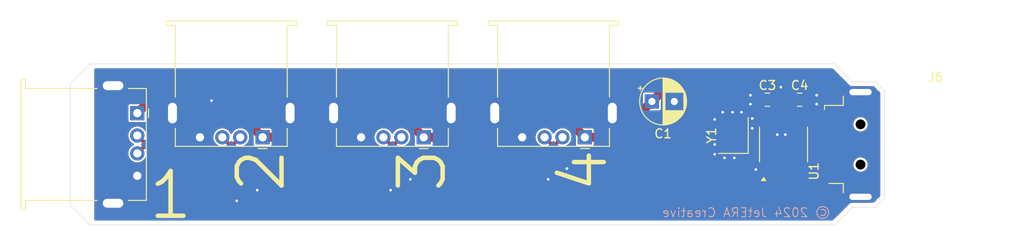
<source format=kicad_pcb>
(kicad_pcb (version 20240108) (generator "pcbnew") (generator_version "8.0")
  (title_block (title "USB Hub CH334 Card") (date "2024-07-09") (rev "1.0") (company "JetERA Creative"))
  (layers (0 "F.Cu" signal) (31 "B.Cu" signal) (34 "B.Paste" user) (35 "F.Paste" user) (36 "B.SilkS" user "B.Silkscreen") (37 "F.SilkS" user "F.Silkscreen") (38 "B.Mask" user) (39 "F.Mask" user) (44 "Edge.Cuts" user))
  (net 0 "")
  (net 1 "GND")
  (net 2 "+5V")
  (net 3 "Net-(U1-3V3)")
  (net 4 "D1+")
  (net 5 "D1-")
  (net 6 "D2+")
  (net 7 "D2-")
  (net 8 "D3-")
  (net 9 "D3+")
  (net 10 "D4-")
  (net 11 "D4+")
  (net 12 "Net-(J6-D-)")
  (net 13 "Net-(J6-D+)")
  (net 14 "Net-(U1-XI)")
  (net 16 "Net-(U1-XO)")
  (footprint "Connector_USB:USB_A_Stewart_SS-52100-001_Horizontal" (layer "F.Cu") (at 43.5 56.5 -90)
    (property "Reference" "J1" (hide yes))
    (property "Value" "USB_A")
    (fp_line (start -3.75 12.99) (end 10.75 12.99) (stroke (width 0.12)) (layer "F.SilkS"))
    (fp_line (start 10.75 12.99) (end 10.75 12.49) (stroke (width 0.12)) (layer "F.SilkS"))
    (fp_line (start -3.75 12.49) (end -3.75 12.99) (stroke (width 0.12)) (layer "F.SilkS"))
    (fp_line (start -2.75 12.49) (end -3.75 12.49) (stroke (width 0.12)) (layer "F.SilkS"))
    (fp_line (start 9.75 12.49) (end 9.75 4.49) (stroke (width 0.12)) (layer "F.SilkS"))
    (fp_line (start 10.75 12.49) (end 9.75 12.49) (stroke (width 0.12)) (layer "F.SilkS"))
    (fp_line (start -2.75 4.49) (end -2.75 12.49) (stroke (width 0.12)) (layer "F.SilkS"))
    (fp_line (start 9.75 0.99) (end 9.75 -1.01) (stroke (width 0.12)) (layer "F.SilkS"))
    (fp_line (start -2.75 -1.01) (end -2.75 0.99) (stroke (width 0.12)) (layer "F.SilkS"))
    (fp_line (start 9.75 -1.01) (end -2.75 -1.01) (stroke (width 0.12)) (layer "F.SilkS"))
    (fp_line (start -0.5 -1.26) (end 0.5 -1.26) (stroke (width 0.12)) (layer "F.SilkS"))
    (pad "1" thru_hole rect (at 0 0 270) (size 1.6 1.6) (drill 0.92) (layers "*.Cu" "*.Mask") (net 2 "+5V"))
    (pad "2" thru_hole circle (at 2.5 0 270) (size 1.6 1.6) (drill 0.92) (layers "*.Cu" "*.Mask") (net 5 "D1-"))
    (pad "3" thru_hole circle (at 4.5 0 270) (size 1.6 1.6) (drill 0.92) (layers "*.Cu" "*.Mask") (net 4 "D1+"))
    (pad "4" thru_hole circle (at 7 0 270) (size 1.6 1.6) (drill 0.92) (layers "*.Cu" "*.Mask") (net 1 "GND"))
    (pad "5" thru_hole oval (at -3.07 2.71 270) (size 2 3) (drill oval 1 2.3) (layers "*.Cu" "*.Mask") (net 1 "GND"))
    (pad "5" thru_hole oval (at 10.07 2.71 270) (size 2 3) (drill oval 1 2.3) (layers "*.Cu" "*.Mask") (net 1 "GND"))
  )
  (footprint "Capacitor_SMD:C_0805_2012Metric" (layer "F.Cu") (at 117.5 55)
    (property "Reference" "C4" (at 0 -1.6 180) (layer "F.SilkS"))
    (property "Value" "4.7uF")
    (fp_line (start -0.261252 -0.735) (end 0.261252 -0.735) (stroke (width 0.12)) (layer "F.SilkS"))
    (fp_line (start -0.261252 0.735) (end 0.261252 0.735) (stroke (width 0.12)) (layer "F.SilkS"))
    (pad "1" smd roundrect (at -0.95 0) (size 1 1.45) (layers "F.Cu" "F.Paste" "F.Mask") (net 2 "+5V"))
    (pad "2" smd roundrect (at 0.95 0) (size 1 1.45) (layers "F.Cu" "F.Paste" "F.Mask") (net 1 "GND"))
  )
  (footprint "Connector_USB:USB_A_Stewart_SS-52100-001_Horizontal" (layer "F.Cu") (at 75.5 59.2 180)
    (property "Reference" "J3" (hide yes))
    (property "Value" "USB_A")
    (fp_line (start 10.75 12.99) (end 10.75 12.49) (stroke (width 0.12)) (layer "F.SilkS"))
    (fp_line (start 10.75 12.49) (end 9.75 12.49) (stroke (width 0.12)) (layer "F.SilkS"))
    (fp_line (start 9.75 12.49) (end 9.75 4.49) (stroke (width 0.12)) (layer "F.SilkS"))
    (fp_line (start 9.75 0.99) (end 9.75 -1.01) (stroke (width 0.12)) (layer "F.SilkS"))
    (fp_line (start 9.75 -1.01) (end -2.75 -1.01) (stroke (width 0.12)) (layer "F.SilkS"))
    (fp_line (start -0.5 -1.26) (end 0.5 -1.26) (stroke (width 0.12)) (layer "F.SilkS"))
    (fp_line (start -2.75 12.49) (end -3.75 12.49) (stroke (width 0.12)) (layer "F.SilkS"))
    (fp_line (start -2.75 4.49) (end -2.75 12.49) (stroke (width 0.12)) (layer "F.SilkS"))
    (fp_line (start -2.75 -1.01) (end -2.75 0.99) (stroke (width 0.12)) (layer "F.SilkS"))
    (fp_line (start -3.75 12.99) (end 10.75 12.99) (stroke (width 0.12)) (layer "F.SilkS"))
    (fp_line (start -3.75 12.49) (end -3.75 12.99) (stroke (width 0.12)) (layer "F.SilkS"))
    (pad "1" thru_hole rect (at 0 0 180) (size 1.6 1.6) (drill 0.92) (layers "*.Cu" "*.Mask") (net 2 "+5V"))
    (pad "2" thru_hole circle (at 2.5 0 180) (size 1.6 1.6) (drill 0.92) (layers "*.Cu" "*.Mask") (net 8 "D3-"))
    (pad "3" thru_hole circle (at 4.5 0 180) (size 1.6 1.6) (drill 0.92) (layers "*.Cu" "*.Mask") (net 9 "D3+"))
    (pad "4" thru_hole circle (at 7 0 180) (size 1.6 1.6) (drill 0.92) (layers "*.Cu" "*.Mask") (net 1 "GND"))
    (pad "5" thru_hole oval (at -3.07 2.71 180) (size 2 3) (drill oval 1 2.3) (layers "*.Cu" "*.Mask") (net 1 "GND"))
    (pad "5" thru_hole oval (at 10.07 2.71 180) (size 2 3) (drill oval 1 2.3) (layers "*.Cu" "*.Mask") (net 1 "GND"))
  )
  (footprint "Package_SO:QSOP-16_3.9x4.9mm_P0.635mm" (layer "F.Cu") (at 115.7 60 90)
    (property "Reference" "U1" (at -3 3.4 -90) (layer "F.SilkS"))
    (property "Value" "CH334R")
    (fp_line (start 0 -2.6825) (end 1.95 -2.6825) (stroke (width 0.12)) (layer "F.SilkS"))
    (fp_line (start 0 -2.6825) (end -1.95 -2.6825) (stroke (width 0.12)) (layer "F.SilkS"))
    (fp_line (start 0 2.6825) (end 1.95 2.6825) (stroke (width 0.12)) (layer "F.SilkS"))
    (fp_line (start 0 2.6825) (end -1.95 2.6825) (stroke (width 0.12)) (layer "F.SilkS"))
    (fp_poly (pts (xy -3.71 -2.2225) (xy -4.04 -2.4625) (xy -4.04 -1.9825) (xy -3.71 -2.2225)) (stroke (width 0.12)) (fill solid) (layer "F.SilkS"))
    (pad "1" smd roundrect (at -2.6375 -2.2225 90) (size 1.625 0.4) (layers "F.Cu" "F.Paste" "F.Mask") (net 10 "D4-"))
    (pad "2" smd roundrect (at -2.6375 -1.5875 90) (size 1.625 0.4) (layers "F.Cu" "F.Paste" "F.Mask") (net 11 "D4+"))
    (pad "3" smd roundrect (at -2.6375 -0.9525 90) (size 1.625 0.4) (layers "F.Cu" "F.Paste" "F.Mask") (net 8 "D3-"))
    (pad "4" smd roundrect (at -2.6375 -0.3175 90) (size 1.625 0.4) (layers "F.Cu" "F.Paste" "F.Mask") (net 9 "D3+"))
    (pad "5" smd roundrect (at -2.6375 0.3175 90) (size 1.625 0.4) (layers "F.Cu" "F.Paste" "F.Mask") (net 7 "D2-"))
    (pad "6" smd roundrect (at -2.6375 0.9525 90) (size 1.625 0.4) (layers "F.Cu" "F.Paste" "F.Mask") (net 6 "D2+"))
    (pad "7" smd roundrect (at -2.6375 1.5875 90) (size 1.625 0.4) (layers "F.Cu" "F.Paste" "F.Mask") (net 5 "D1-"))
    (pad "8" smd roundrect (at -2.6375 2.2225 90) (size 1.625 0.4) (layers "F.Cu" "F.Paste" "F.Mask") (net 4 "D1+"))
    (pad "9" smd roundrect (at 2.6375 2.2225 90) (size 1.625 0.4) (layers "F.Cu" "F.Paste" "F.Mask"))
    (pad "10" smd roundrect (at 2.6375 1.5875 90) (size 1.625 0.4) (layers "F.Cu" "F.Paste" "F.Mask") (net 12 "Net-(J6-D-)"))
    (pad "11" smd roundrect (at 2.6375 0.9525 90) (size 1.625 0.4) (layers "F.Cu" "F.Paste" "F.Mask") (net 13 "Net-(J6-D+)"))
    (pad "12" smd roundrect (at 2.6375 0.3175 90) (size 1.625 0.4) (layers "F.Cu" "F.Paste" "F.Mask") (net 2 "+5V"))
    (pad "13" smd roundrect (at 2.6375 -0.3175 90) (size 1.625 0.4) (layers "F.Cu" "F.Paste" "F.Mask") (net 3 "Net-(U1-3V3)"))
    (pad "14" smd roundrect (at 2.6375 -0.9525 90) (size 1.625 0.4) (layers "F.Cu" "F.Paste" "F.Mask") (net 1 "GND"))
    (pad "15" smd roundrect (at 2.6375 -1.5875 90) (size 1.625 0.4) (layers "F.Cu" "F.Paste" "F.Mask") (net 16 "Net-(U1-XO)"))
    (pad "16" smd roundrect (at 2.6375 -2.2225 90) (size 1.625 0.4) (layers "F.Cu" "F.Paste" "F.Mask") (net 14 "Net-(U1-XI)"))
  )
  (footprint "Capacitor_THT:CP_Radial_D5.0mm_P2.50mm" (layer "F.Cu") (at 100.994888 55.2)
    (property "Reference" "C1" (at 1.25 3.6 0) (layer "F.SilkS"))
    (property "Value" "270uF")
    (fp_line (start -1.554775 -1.475) (end -1.054775 -1.475) (stroke (width 0.12)) (layer "F.SilkS"))
    (fp_line (start -1.304775 -1.725) (end -1.304775 -1.225) (stroke (width 0.12)) (layer "F.SilkS"))
    (fp_line (start 1.25 -2.58) (end 1.25 2.58) (stroke (width 0.12)) (layer "F.SilkS"))
    (fp_line (start 1.29 -2.58) (end 1.29 2.58) (stroke (width 0.12)) (layer "F.SilkS"))
    (fp_line (start 1.33 -2.579) (end 1.33 2.579) (stroke (width 0.12)) (layer "F.SilkS"))
    (fp_line (start 1.37 -2.578) (end 1.37 2.578) (stroke (width 0.12)) (layer "F.SilkS"))
    (fp_line (start 1.41 -2.576) (end 1.41 2.576) (stroke (width 0.12)) (layer "F.SilkS"))
    (fp_line (start 1.45 -2.573) (end 1.45 2.573) (stroke (width 0.12)) (layer "F.SilkS"))
    (fp_line (start 1.49 -2.569) (end 1.49 -1.04) (stroke (width 0.12)) (layer "F.SilkS"))
    (fp_line (start 1.49 1.04) (end 1.49 2.569) (stroke (width 0.12)) (layer "F.SilkS"))
    (fp_line (start 1.53 -2.565) (end 1.53 -1.04) (stroke (width 0.12)) (layer "F.SilkS"))
    (fp_line (start 1.53 1.04) (end 1.53 2.565) (stroke (width 0.12)) (layer "F.SilkS"))
    (fp_line (start 1.57 -2.561) (end 1.57 -1.04) (stroke (width 0.12)) (layer "F.SilkS"))
    (fp_line (start 1.57 1.04) (end 1.57 2.561) (stroke (width 0.12)) (layer "F.SilkS"))
    (fp_line (start 1.61 -2.556) (end 1.61 -1.04) (stroke (width 0.12)) (layer "F.SilkS"))
    (fp_line (start 1.61 1.04) (end 1.61 2.556) (stroke (width 0.12)) (layer "F.SilkS"))
    (fp_line (start 1.65 -2.55) (end 1.65 -1.04) (stroke (width 0.12)) (layer "F.SilkS"))
    (fp_line (start 1.65 1.04) (end 1.65 2.55) (stroke (width 0.12)) (layer "F.SilkS"))
    (fp_line (start 1.69 -2.543) (end 1.69 -1.04) (stroke (width 0.12)) (layer "F.SilkS"))
    (fp_line (start 1.69 1.04) (end 1.69 2.543) (stroke (width 0.12)) (layer "F.SilkS"))
    (fp_line (start 1.73 -2.536) (end 1.73 -1.04) (stroke (width 0.12)) (layer "F.SilkS"))
    (fp_line (start 1.73 1.04) (end 1.73 2.536) (stroke (width 0.12)) (layer "F.SilkS"))
    (fp_line (start 1.77 -2.528) (end 1.77 -1.04) (stroke (width 0.12)) (layer "F.SilkS"))
    (fp_line (start 1.77 1.04) (end 1.77 2.528) (stroke (width 0.12)) (layer "F.SilkS"))
    (fp_line (start 1.81 -2.52) (end 1.81 -1.04) (stroke (width 0.12)) (layer "F.SilkS"))
    (fp_line (start 1.81 1.04) (end 1.81 2.52) (stroke (width 0.12)) (layer "F.SilkS"))
    (fp_line (start 1.85 -2.511) (end 1.85 -1.04) (stroke (width 0.12)) (layer "F.SilkS"))
    (fp_line (start 1.85 1.04) (end 1.85 2.511) (stroke (width 0.12)) (layer "F.SilkS"))
    (fp_line (start 1.89 -2.501) (end 1.89 -1.04) (stroke (width 0.12)) (layer "F.SilkS"))
    (fp_line (start 1.89 1.04) (end 1.89 2.501) (stroke (width 0.12)) (layer "F.SilkS"))
    (fp_line (start 1.93 -2.491) (end 1.93 -1.04) (stroke (width 0.12)) (layer "F.SilkS"))
    (fp_line (start 1.93 1.04) (end 1.93 2.491) (stroke (width 0.12)) (layer "F.SilkS"))
    (fp_line (start 1.971 -2.48) (end 1.971 -1.04) (stroke (width 0.12)) (layer "F.SilkS"))
    (fp_line (start 1.971 1.04) (end 1.971 2.48) (stroke (width 0.12)) (layer "F.SilkS"))
    (fp_line (start 2.011 -2.468) (end 2.011 -1.04) (stroke (width 0.12)) (layer "F.SilkS"))
    (fp_line (start 2.011 1.04) (end 2.011 2.468) (stroke (width 0.12)) (layer "F.SilkS"))
    (fp_line (start 2.051 -2.455) (end 2.051 -1.04) (stroke (width 0.12)) (layer "F.SilkS"))
    (fp_line (start 2.051 1.04) (end 2.051 2.455) (stroke (width 0.12)) (layer "F.SilkS"))
    (fp_line (start 2.091 -2.442) (end 2.091 -1.04) (stroke (width 0.12)) (layer "F.SilkS"))
    (fp_line (start 2.091 1.04) (end 2.091 2.442) (stroke (width 0.12)) (layer "F.SilkS"))
    (fp_line (start 2.131 -2.428) (end 2.131 -1.04) (stroke (width 0.12)) (layer "F.SilkS"))
    (fp_line (start 2.131 1.04) (end 2.131 2.428) (stroke (width 0.12)) (layer "F.SilkS"))
    (fp_line (start 2.171 -2.414) (end 2.171 -1.04) (stroke (width 0.12)) (layer "F.SilkS"))
    (fp_line (start 2.171 1.04) (end 2.171 2.414) (stroke (width 0.12)) (layer "F.SilkS"))
    (fp_line (start 2.211 -2.398) (end 2.211 -1.04) (stroke (width 0.12)) (layer "F.SilkS"))
    (fp_line (start 2.211 1.04) (end 2.211 2.398) (stroke (width 0.12)) (layer "F.SilkS"))
    (fp_line (start 2.251 -2.382) (end 2.251 -1.04) (stroke (width 0.12)) (layer "F.SilkS"))
    (fp_line (start 2.251 1.04) (end 2.251 2.382) (stroke (width 0.12)) (layer "F.SilkS"))
    (fp_line (start 2.291 -2.365) (end 2.291 -1.04) (stroke (width 0.12)) (layer "F.SilkS"))
    (fp_line (start 2.291 1.04) (end 2.291 2.365) (stroke (width 0.12)) (layer "F.SilkS"))
    (fp_line (start 2.331 -2.348) (end 2.331 -1.04) (stroke (width 0.12)) (layer "F.SilkS"))
    (fp_line (start 2.331 1.04) (end 2.331 2.348) (stroke (width 0.12)) (layer "F.SilkS"))
    (fp_line (start 2.371 -2.329) (end 2.371 -1.04) (stroke (width 0.12)) (layer "F.SilkS"))
    (fp_line (start 2.371 1.04) (end 2.371 2.329) (stroke (width 0.12)) (layer "F.SilkS"))
    (fp_line (start 2.411 -2.31) (end 2.411 -1.04) (stroke (width 0.12)) (layer "F.SilkS"))
    (fp_line (start 2.411 1.04) (end 2.411 2.31) (stroke (width 0.12)) (layer "F.SilkS"))
    (fp_line (start 2.451 -2.29) (end 2.451 -1.04) (stroke (width 0.12)) (layer "F.SilkS"))
    (fp_line (start 2.451 1.04) (end 2.451 2.29) (stroke (width 0.12)) (layer "F.SilkS"))
    (fp_line (start 2.491 -2.268) (end 2.491 -1.04) (stroke (width 0.12)) (layer "F.SilkS"))
    (fp_line (start 2.491 1.04) (end 2.491 2.268) (stroke (width 0.12)) (layer "F.SilkS"))
    (fp_line (start 2.531 -2.247) (end 2.531 -1.04) (stroke (width 0.12)) (layer "F.SilkS"))
    (fp_line (start 2.531 1.04) (end 2.531 2.247) (stroke (width 0.12)) (layer "F.SilkS"))
    (fp_line (start 2.571 -2.224) (end 2.571 -1.04) (stroke (width 0.12)) (layer "F.SilkS"))
    (fp_line (start 2.571 1.04) (end 2.571 2.224) (stroke (width 0.12)) (layer "F.SilkS"))
    (fp_line (start 2.611 -2.2) (end 2.611 -1.04) (stroke (width 0.12)) (layer "F.SilkS"))
    (fp_line (start 2.611 1.04) (end 2.611 2.2) (stroke (width 0.12)) (layer "F.SilkS"))
    (fp_line (start 2.651 -2.175) (end 2.651 -1.04) (stroke (width 0.12)) (layer "F.SilkS"))
    (fp_line (start 2.651 1.04) (end 2.651 2.175) (stroke (width 0.12)) (layer "F.SilkS"))
    (fp_line (start 2.691 -2.149) (end 2.691 -1.04) (stroke (width 0.12)) (layer "F.SilkS"))
    (fp_line (start 2.691 1.04) (end 2.691 2.149) (stroke (width 0.12)) (layer "F.SilkS"))
    (fp_line (start 2.731 -2.122) (end 2.731 -1.04) (stroke (width 0.12)) (layer "F.SilkS"))
    (fp_line (start 2.731 1.04) (end 2.731 2.122) (stroke (width 0.12)) (layer "F.SilkS"))
    (fp_line (start 2.771 -2.095) (end 2.771 -1.04) (stroke (width 0.12)) (layer "F.SilkS"))
    (fp_line (start 2.771 1.04) (end 2.771 2.095) (stroke (width 0.12)) (layer "F.SilkS"))
    (fp_line (start 2.811 -2.065) (end 2.811 -1.04) (stroke (width 0.12)) (layer "F.SilkS"))
    (fp_line (start 2.811 1.04) (end 2.811 2.065) (stroke (width 0.12)) (layer "F.SilkS"))
    (fp_line (start 2.851 -2.035) (end 2.851 -1.04) (stroke (width 0.12)) (layer "F.SilkS"))
    (fp_line (start 2.851 1.04) (end 2.851 2.035) (stroke (width 0.12)) (layer "F.SilkS"))
    (fp_line (start 2.891 -2.004) (end 2.891 -1.04) (stroke (width 0.12)) (layer "F.SilkS"))
    (fp_line (start 2.891 1.04) (end 2.891 2.004) (stroke (width 0.12)) (layer "F.SilkS"))
    (fp_line (start 2.931 -1.971) (end 2.931 -1.04) (stroke (width 0.12)) (layer "F.SilkS"))
    (fp_line (start 2.931 1.04) (end 2.931 1.971) (stroke (width 0.12)) (layer "F.SilkS"))
    (fp_line (start 2.971 -1.937) (end 2.971 -1.04) (stroke (width 0.12)) (layer "F.SilkS"))
    (fp_line (start 2.971 1.04) (end 2.971 1.937) (stroke (width 0.12)) (layer "F.SilkS"))
    (fp_line (start 3.011 -1.901) (end 3.011 -1.04) (stroke (width 0.12)) (layer "F.SilkS"))
    (fp_line (start 3.011 1.04) (end 3.011 1.901) (stroke (width 0.12)) (layer "F.SilkS"))
    (fp_line (start 3.051 -1.864) (end 3.051 -1.04) (stroke (width 0.12)) (layer "F.SilkS"))
    (fp_line (start 3.051 1.04) (end 3.051 1.864) (stroke (width 0.12)) (layer "F.SilkS"))
    (fp_line (start 3.091 -1.826) (end 3.091 -1.04) (stroke (width 0.12)) (layer "F.SilkS"))
    (fp_line (start 3.091 1.04) (end 3.091 1.826) (stroke (width 0.12)) (layer "F.SilkS"))
    (fp_line (start 3.131 -1.785) (end 3.131 -1.04) (stroke (width 0.12)) (layer "F.SilkS"))
    (fp_line (start 3.131 1.04) (end 3.131 1.785) (stroke (width 0.12)) (layer "F.SilkS"))
    (fp_line (start 3.171 -1.743) (end 3.171 -1.04) (stroke (width 0.12)) (layer "F.SilkS"))
    (fp_line (start 3.171 1.04) (end 3.171 1.743) (stroke (width 0.12)) (layer "F.SilkS"))
    (fp_line (start 3.211 -1.699) (end 3.211 -1.04) (stroke (width 0.12)) (layer "F.SilkS"))
    (fp_line (start 3.211 1.04) (end 3.211 1.699) (stroke (width 0.12)) (layer "F.SilkS"))
    (fp_line (start 3.251 -1.653) (end 3.251 -1.04) (stroke (width 0.12)) (layer "F.SilkS"))
    (fp_line (start 3.251 1.04) (end 3.251 1.653) (stroke (width 0.12)) (layer "F.SilkS"))
    (fp_line (start 3.291 -1.605) (end 3.291 -1.04) (stroke (width 0.12)) (layer "F.SilkS"))
    (fp_line (start 3.291 1.04) (end 3.291 1.605) (stroke (width 0.12)) (layer "F.SilkS"))
    (fp_line (start 3.331 -1.554) (end 3.331 -1.04) (stroke (width 0.12)) (layer "F.SilkS"))
    (fp_line (start 3.331 1.04) (end 3.331 1.554) (stroke (width 0.12)) (layer "F.SilkS"))
    (fp_line (start 3.371 -1.5) (end 3.371 -1.04) (stroke (width 0.12)) (layer "F.SilkS"))
    (fp_line (start 3.371 1.04) (end 3.371 1.5) (stroke (width 0.12)) (layer "F.SilkS"))
    (fp_line (start 3.411 -1.443) (end 3.411 -1.04) (stroke (width 0.12)) (layer "F.SilkS"))
    (fp_line (start 3.411 1.04) (end 3.411 1.443) (stroke (width 0.12)) (layer "F.SilkS"))
    (fp_line (start 3.451 -1.383) (end 3.451 -1.04) (stroke (width 0.12)) (layer "F.SilkS"))
    (fp_line (start 3.451 1.04) (end 3.451 1.383) (stroke (width 0.12)) (layer "F.SilkS"))
    (fp_line (start 3.491 -1.319) (end 3.491 -1.04) (stroke (width 0.12)) (layer "F.SilkS"))
    (fp_line (start 3.491 1.04) (end 3.491 1.319) (stroke (width 0.12)) (layer "F.SilkS"))
    (fp_line (start 3.531 -1.251) (end 3.531 -1.04) (stroke (width 0.12)) (layer "F.SilkS"))
    (fp_line (start 3.531 1.04) (end 3.531 1.251) (stroke (width 0.12)) (layer "F.SilkS"))
    (fp_line (start 3.571 -1.178) (end 3.571 1.178) (stroke (width 0.12)) (layer "F.SilkS"))
    (fp_line (start 3.611 -1.098) (end 3.611 1.098) (stroke (width 0.12)) (layer "F.SilkS"))
    (fp_line (start 3.651 -1.011) (end 3.651 1.011) (stroke (width 0.12)) (layer "F.SilkS"))
    (fp_line (start 3.691 -0.915) (end 3.691 0.915) (stroke (width 0.12)) (layer "F.SilkS"))
    (fp_line (start 3.731 -0.805) (end 3.731 0.805) (stroke (width 0.12)) (layer "F.SilkS"))
    (fp_line (start 3.771 -0.677) (end 3.771 0.677) (stroke (width 0.12)) (layer "F.SilkS"))
    (fp_line (start 3.811 -0.518) (end 3.811 0.518) (stroke (width 0.12)) (layer "F.SilkS"))
    (fp_line (start 3.851 -0.284) (end 3.851 0.284) (stroke (width 0.12)) (layer "F.SilkS"))
    (fp_circle (center 1.25 0) (end 3.87 0) (stroke (width 0.12)) (fill none) (layer "F.SilkS"))
    (pad "1" thru_hole rect (at 0 0) (size 1.6 1.6) (drill 0.8) (layers "*.Cu" "*.Mask") (net 2 "+5V"))
    (pad "2" thru_hole circle (at 2.5 0) (size 1.6 1.6) (drill 0.8) (layers "*.Cu" "*.Mask") (net 1 "GND"))
  )
  (footprint "Connector_USB:USB_A_Stewart_SS-52100-001_Horizontal" (layer "F.Cu") (at 93.5 59.2 180)
    (property "Reference" "J4" (hide yes))
    (property "Value" "USB_A")
    (fp_line (start 10.75 12.99) (end 10.75 12.49) (stroke (width 0.12)) (layer "F.SilkS"))
    (fp_line (start 10.75 12.49) (end 9.75 12.49) (stroke (width 0.12)) (layer "F.SilkS"))
    (fp_line (start 9.75 12.49) (end 9.75 4.49) (stroke (width 0.12)) (layer "F.SilkS"))
    (fp_line (start 9.75 0.99) (end 9.75 -1.01) (stroke (width 0.12)) (layer "F.SilkS"))
    (fp_line (start 9.75 -1.01) (end -2.75 -1.01) (stroke (width 0.12)) (layer "F.SilkS"))
    (fp_line (start -0.5 -1.26) (end 0.5 -1.26) (stroke (width 0.12)) (layer "F.SilkS"))
    (fp_line (start -2.75 12.49) (end -3.75 12.49) (stroke (width 0.12)) (layer "F.SilkS"))
    (fp_line (start -2.75 4.49) (end -2.75 12.49) (stroke (width 0.12)) (layer "F.SilkS"))
    (fp_line (start -2.75 -1.01) (end -2.75 0.99) (stroke (width 0.12)) (layer "F.SilkS"))
    (fp_line (start -3.75 12.99) (end 10.75 12.99) (stroke (width 0.12)) (layer "F.SilkS"))
    (fp_line (start -3.75 12.49) (end -3.75 12.99) (stroke (width 0.12)) (layer "F.SilkS"))
    (pad "1" thru_hole rect (at 0 0 180) (size 1.6 1.6) (drill 0.92) (layers "*.Cu" "*.Mask") (net 2 "+5V"))
    (pad "2" thru_hole circle (at 2.5 0 180) (size 1.6 1.6) (drill 0.92) (layers "*.Cu" "*.Mask") (net 10 "D4-"))
    (pad "3" thru_hole circle (at 4.5 0 180) (size 1.6 1.6) (drill 0.92) (layers "*.Cu" "*.Mask") (net 11 "D4+"))
    (pad "4" thru_hole circle (at 7 0 180) (size 1.6 1.6) (drill 0.92) (layers "*.Cu" "*.Mask") (net 1 "GND"))
    (pad "5" thru_hole oval (at -3.07 2.71 180) (size 2 3) (drill oval 1 2.3) (layers "*.Cu" "*.Mask") (net 1 "GND"))
    (pad "5" thru_hole oval (at 10.07 2.71 180) (size 2 3) (drill oval 1 2.3) (layers "*.Cu" "*.Mask") (net 1 "GND"))
  )
  (footprint "Connector_USB:USB_A_Stewart_SS-52100-001_Horizontal" (layer "F.Cu") (at 57.5 59.2 180)
    (property "Reference" "J2" (hide yes))
    (property "Value" "USB_A")
    (fp_line (start 10.75 12.99) (end 10.75 12.49) (stroke (width 0.12)) (layer "F.SilkS"))
    (fp_line (start 10.75 12.49) (end 9.75 12.49) (stroke (width 0.12)) (layer "F.SilkS"))
    (fp_line (start 9.75 12.49) (end 9.75 4.49) (stroke (width 0.12)) (layer "F.SilkS"))
    (fp_line (start 9.75 0.99) (end 9.75 -1.01) (stroke (width 0.12)) (layer "F.SilkS"))
    (fp_line (start 9.75 -1.01) (end -2.75 -1.01) (stroke (width 0.12)) (layer "F.SilkS"))
    (fp_line (start -0.5 -1.26) (end 0.5 -1.26) (stroke (width 0.12)) (layer "F.SilkS"))
    (fp_line (start -2.75 12.49) (end -3.75 12.49) (stroke (width 0.12)) (layer "F.SilkS"))
    (fp_line (start -2.75 4.49) (end -2.75 12.49) (stroke (width 0.12)) (layer "F.SilkS"))
    (fp_line (start -2.75 -1.01) (end -2.75 0.99) (stroke (width 0.12)) (layer "F.SilkS"))
    (fp_line (start -3.75 12.99) (end 10.75 12.99) (stroke (width 0.12)) (layer "F.SilkS"))
    (fp_line (start -3.75 12.49) (end -3.75 12.99) (stroke (width 0.12)) (layer "F.SilkS"))
    (pad "1" thru_hole rect (at 0 0 180) (size 1.6 1.6) (drill 0.92) (layers "*.Cu" "*.Mask") (net 2 "+5V"))
    (pad "2" thru_hole circle (at 2.5 0 180) (size 1.6 1.6) (drill 0.92) (layers "*.Cu" "*.Mask") (net 7 "D2-"))
    (pad "3" thru_hole circle (at 4.5 0 180) (size 1.6 1.6) (drill 0.92) (layers "*.Cu" "*.Mask") (net 6 "D2+"))
    (pad "4" thru_hole circle (at 7 0 180) (size 1.6 1.6) (drill 0.92) (layers "*.Cu" "*.Mask") (net 1 "GND"))
    (pad "5" thru_hole oval (at -3.07 2.71 180) (size 2 3) (drill oval 1 2.3) (layers "*.Cu" "*.Mask") (net 1 "GND"))
    (pad "5" thru_hole oval (at 10.07 2.71 180) (size 2 3) (drill oval 1 2.3) (layers "*.Cu" "*.Mask") (net 1 "GND"))
  )
  (footprint "Capacitor_SMD:C_0805_2012Metric" (layer "F.Cu") (at 113.9 55 180)
    (property "Reference" "C3" (at 0 1.6 0) (layer "F.SilkS"))
    (property "Value" "4.7uF")
    (fp_line (start -0.261252 0.735) (end 0.261252 0.735) (stroke (width 0.12)) (layer "F.SilkS"))
    (fp_line (start -0.261252 -0.735) (end 0.261252 -0.735) (stroke (width 0.12)) (layer "F.SilkS"))
    (pad "1" smd roundrect (at -0.95 0 180) (size 1 1.45) (layers "F.Cu" "F.Paste" "F.Mask") (net 3 "Net-(U1-3V3)"))
    (pad "2" smd roundrect (at 0.95 0 180) (size 1 1.45) (layers "F.Cu" "F.Paste" "F.Mask") (net 1 "GND"))
  )
  (footprint "Connector_USB:USB_A_Molex_48037-2200_Horizontal" (layer "F.Cu") (at 132.675 60)
    (property "Reference" "J6" (at 0 -7.5 0) (layer "F.SilkS"))
    (property "Value" "USB_A")
    (fp_line (start -12.4 -4.36) (end -12.4 -3.9) (stroke (width 0.12)) (layer "F.SilkS"))
    (fp_line (start -12.4 -4.36) (end -10.3 -4.36) (stroke (width 0.12)) (layer "F.SilkS"))
    (fp_line (start -11.92 4.36) (end -10.3 4.36) (stroke (width 0.12)) (layer "F.SilkS"))
    (fp_line (start -10.3 -5.4) (end -10.3 -4.36) (stroke (width 0.12)) (layer "F.SilkS"))
    (fp_line (start -10.3 4.36) (end -10.3 5.4) (stroke (width 0.12)) (layer "F.SilkS"))
    (fp_line (start -6.515 -6.11) (end -6.245 -6.11) (stroke (width 0.12)) (layer "F.SilkS"))
    (fp_line (start -6.515 6.11) (end -6.245 6.11) (stroke (width 0.12)) (layer "F.SilkS"))
    (pad "" np_thru_hole circle (at -8.375 -2.25) (size 1.1 1.1) (drill 1.1) (layers "*.Mask"))
    (pad "" np_thru_hole circle (at -8.375 2.25) (size 1.1 1.1) (drill 1.1) (layers "*.Mask"))
    (pad "1" smd roundrect (at -10.975 -3.5) (size 2 1.2) (layers "F.Cu" "F.Paste" "F.Mask") (net 2 "+5V"))
    (pad "2" smd roundrect (at -10.975 -1) (size 2 1.2) (layers "F.Cu" "F.Paste" "F.Mask") (net 12 "Net-(J6-D-)"))
    (pad "3" smd roundrect (at -10.975 1) (size 2 1.2) (layers "F.Cu" "F.Paste" "F.Mask") (net 13 "Net-(J6-D+)"))
    (pad "4" smd roundrect (at -10.975 3.5) (size 2 1.2) (layers "F.Cu" "F.Paste" "F.Mask") (net 1 "GND"))
    (pad "5" thru_hole oval (at -8.375 -5.85) (size 3.2 1.3) (drill oval 2.5 0.7) (layers "*.Cu" "*.Mask") (net 1 "GND"))
    (pad "5" thru_hole oval (at -8.375 5.85) (size 3.2 1.3) (drill oval 2.5 0.7) (layers "*.Cu" "*.Mask") (net 1 "GND"))
  )
  (footprint "Crystal:Crystal_SMD_3225-4Pin_3.2x2.5mm" (layer "F.Cu") (at 110.1 59 90)
    (property "Reference" "Y1" (at 0 -2.45 -90) (layer "F.SilkS"))
    (property "Value" "12MHz")
    (fp_line (start -2 -1.65) (end -2 1.65) (stroke (width 0.12)) (layer "F.SilkS"))
    (fp_line (start -2 1.65) (end 2 1.65) (stroke (width 0.12)) (layer "F.SilkS"))
    (pad "1" smd rect (at -1.1 0.85 90) (size 1.4 1.2) (layers "F.Cu" "F.Paste" "F.Mask") (net 16 "Net-(U1-XO)"))
    (pad "2" smd rect (at 1.1 0.85 90) (size 1.4 1.2) (layers "F.Cu" "F.Paste" "F.Mask") (net 1 "GND"))
    (pad "3" smd rect (at 1.1 -0.85 90) (size 1.4 1.2) (layers "F.Cu" "F.Paste" "F.Mask") (net 14 "Net-(U1-XI)"))
    (pad "4" smd rect (at -1.1 -0.85 90) (size 1.4 1.2) (layers "F.Cu" "F.Paste" "F.Mask") (net 1 "GND"))
  )
  (gr_line (start 123.4 67) (end 121.4 69) (stroke (width 0.05)) (layer "Edge.Cuts"))
  (gr_line (start 123.4 53) (end 126 53) (stroke (width 0.05)) (layer "Edge.Cuts"))
  (gr_line (start 36 66.8) (end 36 53.2) (stroke (width 0.05)) (layer "Edge.Cuts"))
  (gr_line (start 127 66) (end 126 67) (stroke (width 0.05)) (layer "Edge.Cuts"))
  (gr_line (start 38.2 51) (end 121.4 51) (stroke (width 0.05)) (layer "Edge.Cuts"))
  (gr_line (start 121.4 69) (end 38.2 69) (stroke (width 0.05)) (layer "Edge.Cuts"))
  (gr_line (start 121.4 51) (end 123.4 53) (stroke (width 0.05)) (layer "Edge.Cuts"))
  (gr_line (start 127 66) (end 127 54) (stroke (width 0.05)) (layer "Edge.Cuts"))
  (gr_line (start 38.2 69) (end 36 66.8) (stroke (width 0.05)) (layer "Edge.Cuts"))
  (gr_line (start 123.4 67) (end 126 67) (stroke (width 0.05)) (layer "Edge.Cuts"))
  (gr_line (start 36 53.2) (end 38.2 51) (stroke (width 0.05)) (layer "Edge.Cuts"))
  (gr_line (start 126 53) (end 127 54) (stroke (width 0.05)) (layer "Edge.Cuts"))
  (gr_text "© 2024 JetERA Creative" (at 121 68.2 0) (layer "B.SilkS") (effects (font (size 1 1) (thickness 0.1)) (justify left bottom mirror)))
  (gr_text "1" (at 44.51 68.6 0) (layer "F.SilkS") (effects (font (size 5 5) (thickness 0.5)) (justify left bottom)))
  (gr_text "4" (at 96.25 60.21 90) (layer "F.SilkS") (effects (font (size 5 5) (thickness 0.5)) (justify right bottom)))
  (gr_text "2" (at 60.25 60.21 90) (layer "F.SilkS") (effects (font (size 5 5) (thickness 0.5)) (justify right bottom)))
  (gr_text "3" (at 78.25 60.21 90) (layer "F.SilkS") (effects (font (size 5 5) (thickness 0.5)) (justify right bottom)))
  (via (at 51.8 55.1) (size 0.6) (drill 0.3) (layers "F.Cu" "B.Cu") (net 1))
  (via (at 108 60) (size 0.6) (drill 0.3) (layers "F.Cu" "B.Cu") (net 1))
  (via (at 74 63.9) (size 0.6) (drill 0.3) (layers "F.Cu" "B.Cu") (net 1))
  (via (at 89.4 63.9) (size 0.6) (drill 0.3) (layers "F.Cu" "B.Cu") (net 1))
  (via (at 112.6 62.8) (size 0.6) (drill 0.3) (layers "F.Cu" "B.Cu") (net 1))
  (via (at 108 57.2) (size 0.6) (drill 0.3) (layers "F.Cu" "B.Cu") (net 1))
  (via (at 112.2 57.1) (size 0.6) (drill 0.3) (layers "F.Cu" "B.Cu") (net 1))
  (via (at 111 56.4) (size 0.6) (drill 0.3) (layers "F.Cu" "B.Cu") (net 1))
  (via (at 112 54.5) (size 0.6) (drill 0.3) (layers "F.Cu" "B.Cu") (net 1))
  (via (at 115.4 53.6) (size 0.6) (drill 0.3) (layers "F.Cu" "B.Cu") (net 1))
  (via (at 110 56.4) (size 0.6) (drill 0.3) (layers "F.Cu" "B.Cu") (net 1))
  (via (at 71.8 65.1) (size 0.6) (drill 0.3) (layers "F.Cu" "B.Cu") (net 1))
  (via (at 110.2 61.5) (size 0.6) (drill 0.3) (layers "F.Cu" "B.Cu") (net 1))
  (via (at 56.9 65.1) (size 0.6) (drill 0.3) (layers "F.Cu" "B.Cu") (net 1))
  (via (at 108.9 56.4) (size 0.6) (drill 0.3) (layers "F.Cu" "B.Cu") (net 1))
  (via (at 112 55.5) (size 0.6) (drill 0.3) (layers "F.Cu" "B.Cu") (net 1))
  (via (at 119.4 55.5) (size 0.6) (drill 0.3) (layers "F.Cu" "B.Cu") (net 1))
  (via (at 54.6 66.3) (size 0.6) (drill 0.3) (layers "F.Cu" "B.Cu") (net 1))
  (via (at 115 58.9) (size 0.6) (drill 0.3) (layers "F.Cu" "B.Cu") (net 1))
  (via (at 108 61.1) (size 0.6) (drill 0.3) (layers "F.Cu" "B.Cu") (net 1))
  (via (at 119.4 54.5) (size 0.6) (drill 0.3) (layers "F.Cu" "B.Cu") (net 1))
  (via (at 109.1 61.5) (size 0.6) (drill 0.3) (layers "F.Cu" "B.Cu") (net 1))
  (via (at 112.2 58.2) (size 0.6) (drill 0.3) (layers "F.Cu" "B.Cu") (net 1))
  (via (at 91.5 62.7) (size 0.6) (drill 0.3) (layers "F.Cu" "B.Cu") (net 1))
  (via (at 115.9 58.9) (size 0.6) (drill 0.3) (layers "F.Cu" "B.Cu") (net 1))
  (segment (start 85.33127 57.7) (end 83.83127 59.2) (width 1) (layer "F.Cu") (net 2))
  (segment (start 117.2 52.6) (end 116.6 53.2) (width 1) (layer "F.Cu") (net 2))
  (segment (start 120.4 52.6) (end 117.2 52.6) (width 1) (layer "F.Cu") (net 2))
  (segment (start 103.594888 52.6) (end 96.994888 59.2) (width 1) (layer "F.Cu") (net 2))
  (segment (start 121.7 53.9) (end 120.4 52.6) (width 1) (layer "F.Cu") (net 2))
  (segment (start 116.0175 57.3625) (end 116.0175 55.5325) (width 0.4) (layer "F.Cu") (net 2))
  (segment (start 65.83127 59.2) (end 57.5 59.2) (width 1) (layer "F.Cu") (net 2))
  (segment (start 83.83127 59.2) (end 75.5 59.2) (width 1) (layer "F.Cu") (net 2))
  (segment (start 67.33127 57.7) (end 65.83127 59.2) (width 1) (layer "F.Cu") (net 2))
  (segment (start 116.0175 55.5325) (end 116.55 55) (width 0.4) (layer "F.Cu") (net 2))
  (segment (start 52.3 54) (end 46 54) (width 1) (layer "F.Cu") (net 2))
  (segment (start 121.7 56.5) (end 121.7 53.9) (width 1) (layer "F.Cu") (net 2))
  (segment (start 93.5 59.2) (end 92 57.7) (width 1) (layer "F.Cu") (net 2))
  (segment (start 116.55 53.25) (end 116.55 55) (width 1) (layer "F.Cu") (net 2))
  (segment (start 46 54) (end 43.5 56.5) (width 1) (layer "F.Cu") (net 2))
  (segment (start 96.994888 59.2) (end 93.5 59.2) (width 1) (layer "F.Cu") (net 2))
  (segment (start 92 57.7) (end 85.33127 57.7) (width 1) (layer "F.Cu") (net 2))
  (segment (start 116.6 53.2) (end 116 52.6) (width 1) (layer "F.Cu") (net 2))
  (segment (start 57.5 59.2) (end 52.3 54) (width 1) (layer "F.Cu") (net 2))
  (segment (start 75.5 59.2) (end 74 57.7) (width 1) (layer "F.Cu") (net 2))
  (segment (start 116.6 53.2) (end 116.55 53.25) (width 1) (layer "F.Cu") (net 2))
  (segment (start 116 52.6) (end 103.594888 52.6) (width 1) (layer "F.Cu") (net 2))
  (segment (start 74 57.7) (end 67.33127 57.7) (width 1) (layer "F.Cu") (net 2))
  (segment (start 115.3825 55.5325) (end 115.3825 57.3625) (width 0.4) (layer "F.Cu") (net 3))
  (segment (start 114.85 55) (end 115.3825 55.5325) (width 0.4) (layer "F.Cu") (net 3))
  (segment (start 46.451472 60.3) (end 44.2 60.3) (width 0.4) (layer "F.Cu") (net 4))
  (segment (start 53.951472 67.8) (end 46.451472 60.3) (width 0.4) (layer "F.Cu") (net 4))
  (segment (start 114.928546 67.8) (end 53.951472 67.8) (width 0.4) (layer "F.Cu") (net 4))
  (segment (start 44.2 60.3) (end 43.5 61) (width 0.4) (layer "F.Cu") (net 4))
  (segment (start 117.9225 62.6375) (end 117.9225 64.806046) (width 0.4) (layer "F.Cu") (net 4))
  (segment (start 117.9225 64.806046) (end 114.928546 67.8) (width 0.4) (layer "F.Cu") (net 4))
  (segment (start 117.2875 62.6375) (end 117.2875 64.592518) (width 0.4) (layer "F.Cu") (net 5))
  (segment (start 117.2875 64.592518) (end 114.680018 67.2) (width 0.4) (layer "F.Cu") (net 5))
  (segment (start 44.2 59.7) (end 43.5 59) (width 0.4) (layer "F.Cu") (net 5))
  (segment (start 54.2 67.2) (end 46.7 59.7) (width 0.4) (layer "F.Cu") (net 5))
  (segment (start 46.7 59.7) (end 44.2 59.7) (width 0.4) (layer "F.Cu") (net 5))
  (segment (start 114.680018 67.2) (end 54.2 67.2) (width 0.4) (layer "F.Cu") (net 5))
  (segment (start 53.7 64.1) (end 53.7 59.9) (width 0.4) (layer "F.Cu") (net 6))
  (segment (start 56.2 66.6) (end 53.7 64.1) (width 0.4) (layer "F.Cu") (net 6))
  (segment (start 116.6525 64.37899) (end 114.43149 66.6) (width 0.4) (layer "F.Cu") (net 6))
  (segment (start 114.43149 66.6) (end 56.2 66.6) (width 0.4) (layer "F.Cu") (net 6))
  (segment (start 53.7 59.9) (end 53 59.2) (width 0.4) (layer "F.Cu") (net 6))
  (segment (start 116.6525 62.6375) (end 116.6525 64.37899) (width 0.4) (layer "F.Cu") (net 6))
  (segment (start 116.0175 64.165462) (end 114.182962 66) (width 0.4) (layer "F.Cu") (net 7))
  (segment (start 116.0175 62.6375) (end 116.0175 64.165462) (width 0.4) (layer "F.Cu") (net 7))
  (segment (start 54.3 59.9) (end 55 59.2) (width 0.4) (layer "F.Cu") (net 7))
  (segment (start 56.448528 66) (end 54.3 63.851472) (width 0.4) (layer "F.Cu") (net 7))
  (segment (start 114.182962 66) (end 56.448528 66) (width 0.4) (layer "F.Cu") (net 7))
  (segment (start 54.3 63.851472) (end 54.3 59.9) (width 0.4) (layer "F.Cu") (net 7))
  (segment (start 73.6 64.8) (end 72.3 63.5) (width 0.4) (layer "F.Cu") (net 8))
  (segment (start 72.3 59.9) (end 73 59.2) (width 0.4) (layer "F.Cu") (net 8))
  (segment (start 114.7475 62.6375) (end 114.7475 63.738406) (width 0.4) (layer "F.Cu") (net 8))
  (segment (start 113.685906 64.8) (end 73.6 64.8) (width 0.4) (layer "F.Cu") (net 8))
  (segment (start 72.3 63.5) (end 72.3 59.9) (width 0.4) (layer "F.Cu") (net 8))
  (segment (start 114.7475 63.738406) (end 113.685906 64.8) (width 0.4) (layer "F.Cu") (net 8))
  (segment (start 113.934434 65.4) (end 73.351472 65.4) (width 0.4) (layer "F.Cu") (net 9))
  (segment (start 71.7 63.748528) (end 71.7 59.9) (width 0.4) (layer "F.Cu") (net 9))
  (segment (start 115.3825 63.951934) (end 113.934434 65.4) (width 0.4) (layer "F.Cu") (net 9))
  (segment (start 73.351472 65.4) (end 71.7 63.748528) (width 0.4) (layer "F.Cu") (net 9))
  (segment (start 71.7 59.9) (end 71 59.2) (width 0.4) (layer "F.Cu") (net 9))
  (segment (start 115.3825 62.6375) (end 115.3825 63.951934) (width 0.4) (layer "F.Cu") (net 9))
  (segment (start 91 59.2) (end 90.3 59.9) (width 0.4) (layer "F.Cu") (net 10))
  (segment (start 90.3 59.9) (end 90.3 62.7) (width 0.4) (layer "F.Cu") (net 10))
  (segment (start 113.18885 63.6) (end 113.4775 63.31135) (width 0.4) (layer "F.Cu") (net 10))
  (segment (start 113.4775 63.31135) (end 113.4775 62.6375) (width 0.4) (layer "F.Cu") (net 10))
  (segment (start 90.3 62.7) (end 91.2 63.6) (width 0.4) (layer "F.Cu") (net 10))
  (segment (start 91.2 63.6) (end 113.18885 63.6) (width 0.4) (layer "F.Cu") (net 10))
  (segment (start 89 59.2) (end 89.7 59.9) (width 0.4) (layer "F.Cu") (net 11))
  (segment (start 89.7 59.9) (end 89.7 62.948528) (width 0.4) (layer "F.Cu") (net 11))
  (segment (start 89.7 62.948528) (end 90.951472 64.2) (width 0.4) (layer "F.Cu") (net 11))
  (segment (start 114.1125 63.524878) (end 114.1125 62.6375) (width 0.4) (layer "F.Cu") (net 11))
  (segment (start 113.437378 64.2) (end 114.1125 63.524878) (width 0.4) (layer "F.Cu") (net 11))
  (segment (start 90.951472 64.2) (end 113.437378 64.2) (width 0.4) (layer "F.Cu") (net 11))
  (segment (start 117.2875 58.249878) (end 118.737622 59.7) (width 0.4) (layer "F.Cu") (net 12))
  (segment (start 118.737622 59.7) (end 121 59.7) (width 0.4) (layer "F.Cu") (net 12))
  (segment (start 117.2875 57.3625) (end 117.2875 58.249878) (width 0.4) (layer "F.Cu") (net 12))
  (segment (start 121 59.7) (end 121.7 59) (width 0.4) (layer "F.Cu") (net 12))
  (segment (start 116.6525 58.463406) (end 118.489094 60.3) (width 0.4) (layer "F.Cu") (net 13))
  (segment (start 121 60.3) (end 121.7 61) (width 0.4) (layer "F.Cu") (net 13))
  (segment (start 118.489094 60.3) (end 121 60.3) (width 0.4) (layer "F.Cu") (net 13))
  (segment (start 116.6525 57.3625) (end 116.6525 58.463406) (width 0.4) (layer "F.Cu") (net 13))
  (segment (start 110.1 59) (end 112.7 59) (width 0.4) (layer "F.Cu") (net 14))
  (segment (start 109.25 58.15) (end 110.1 59) (width 0.4) (layer "F.Cu") (net 14))
  (segment (start 113.4775 58.2225) (end 113.4775 57.3625) (width 0.4) (layer "F.Cu") (net 14))
  (segment (start 112.7 59) (end 113.4775 58.2225) (width 0.4) (layer "F.Cu") (net 14))
  (segment (start 109.25 57.9) (end 109.25 58.15) (width 0.4) (layer "F.Cu") (net 14))
  (segment (start 111.45 59.6) (end 112.948528 59.6) (width 0.4) (layer "F.Cu") (net 16))
  (segment (start 110.95 60.1) (end 111.45 59.6) (width 0.4) (layer "F.Cu") (net 16))
  (segment (start 114.1125 58.436028) (end 114.1125 57.3625) (width 0.4) (layer "F.Cu") (net 16))
  (segment (start 112.948528 59.6) (end 114.1125 58.436028) (width 0.4) (layer "F.Cu") (net 16))
  (zone (net 1) (net_name "GND") (layers "F&B.Cu") (connect_pads yes (clearance 0.1)) (min_thickness 0.25) (fill yes (thermal_gap 0.5) (thermal_bridge_width 0.5))
    (polygon (pts (xy 127 50.9) (xy 127 68.9) (xy 38.7 69) (xy 38.7 51)))
  )
)
</source>
